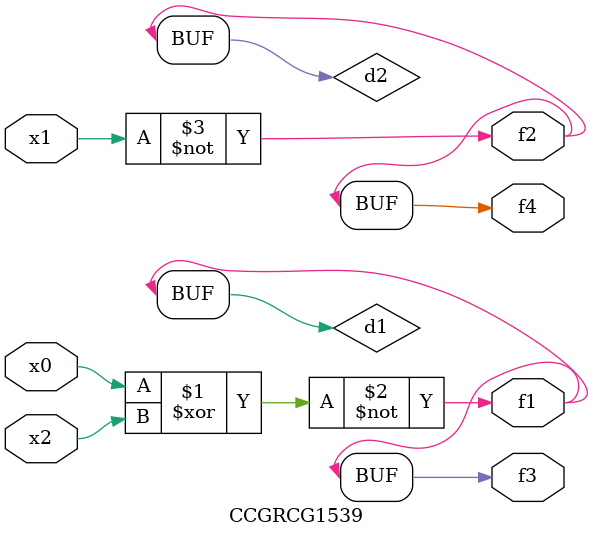
<source format=v>
module CCGRCG1539(
	input x0, x1, x2,
	output f1, f2, f3, f4
);

	wire d1, d2, d3;

	xnor (d1, x0, x2);
	nand (d2, x1);
	nor (d3, x1, x2);
	assign f1 = d1;
	assign f2 = d2;
	assign f3 = d1;
	assign f4 = d2;
endmodule

</source>
